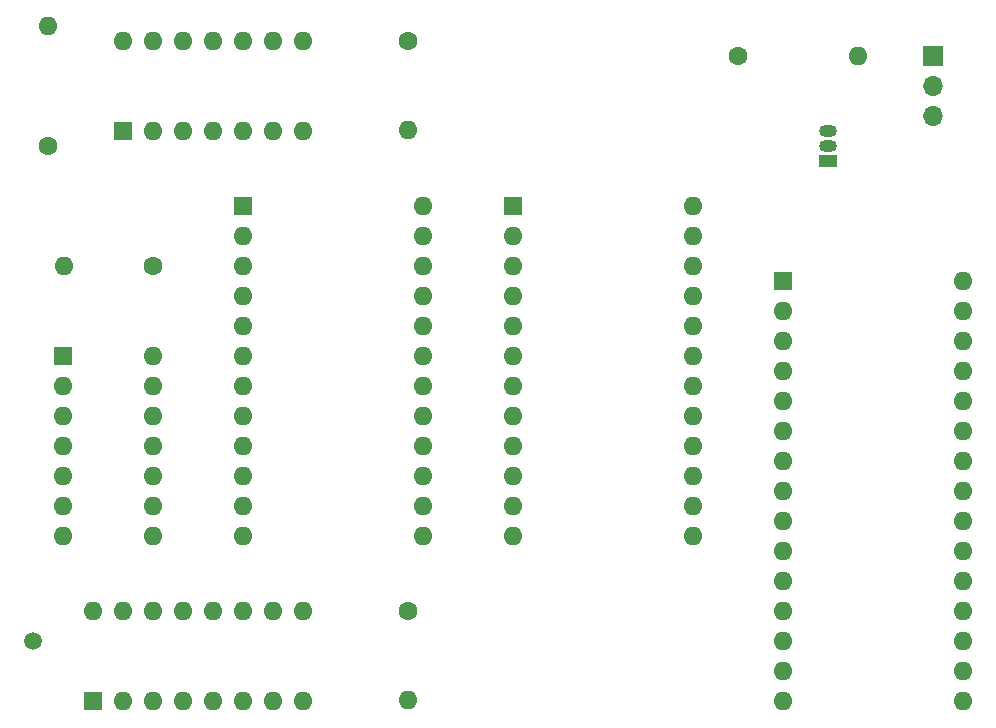
<source format=gbr>
%TF.GenerationSoftware,KiCad,Pcbnew,(5.1.9)-1*%
%TF.CreationDate,2021-04-24T11:27:16-04:00*%
%TF.ProjectId,io_i2c,696f5f69-3263-42e6-9b69-6361645f7063,rev?*%
%TF.SameCoordinates,Original*%
%TF.FileFunction,Soldermask,Bot*%
%TF.FilePolarity,Negative*%
%FSLAX46Y46*%
G04 Gerber Fmt 4.6, Leading zero omitted, Abs format (unit mm)*
G04 Created by KiCad (PCBNEW (5.1.9)-1) date 2021-04-24 11:27:16*
%MOMM*%
%LPD*%
G01*
G04 APERTURE LIST*
%ADD10O,1.600000X1.600000*%
%ADD11R,1.600000X1.600000*%
%ADD12C,1.500000*%
%ADD13C,1.600000*%
%ADD14O,1.700000X1.700000*%
%ADD15R,1.700000X1.700000*%
%ADD16R,1.500000X1.050000*%
%ADD17O,1.500000X1.050000*%
G04 APERTURE END LIST*
D10*
%TO.C,U4*%
X46990000Y-90170000D03*
X64770000Y-97790000D03*
X49530000Y-90170000D03*
X62230000Y-97790000D03*
X52070000Y-90170000D03*
X59690000Y-97790000D03*
X54610000Y-90170000D03*
X57150000Y-97790000D03*
X57150000Y-90170000D03*
X54610000Y-97790000D03*
X59690000Y-90170000D03*
X52070000Y-97790000D03*
X62230000Y-90170000D03*
X49530000Y-97790000D03*
X64770000Y-90170000D03*
D11*
X46990000Y-97790000D03*
%TD*%
D12*
%TO.C,TP1*%
X41910000Y-92710000D03*
%TD*%
D10*
%TO.C,U1*%
X97790000Y-55880000D03*
X82550000Y-83820000D03*
X97790000Y-58420000D03*
X82550000Y-81280000D03*
X97790000Y-60960000D03*
X82550000Y-78740000D03*
X97790000Y-63500000D03*
X82550000Y-76200000D03*
X97790000Y-66040000D03*
X82550000Y-73660000D03*
X97790000Y-68580000D03*
X82550000Y-71120000D03*
X97790000Y-71120000D03*
X82550000Y-68580000D03*
X97790000Y-73660000D03*
X82550000Y-66040000D03*
X97790000Y-76200000D03*
X82550000Y-63500000D03*
X97790000Y-78740000D03*
X82550000Y-60960000D03*
X97790000Y-81280000D03*
X82550000Y-58420000D03*
X97790000Y-83820000D03*
D11*
X82550000Y-55880000D03*
%TD*%
D10*
%TO.C,C3*%
X44570000Y-60960000D03*
D13*
X52070000Y-60960000D03*
%TD*%
D10*
%TO.C,C2*%
X73660000Y-97670000D03*
D13*
X73660000Y-90170000D03*
%TD*%
D10*
%TO.C,C1*%
X73660000Y-49410000D03*
D13*
X73660000Y-41910000D03*
%TD*%
D10*
%TO.C,R1*%
X111760000Y-43180000D03*
D13*
X101600000Y-43180000D03*
%TD*%
D10*
%TO.C,R2*%
X43180000Y-40640000D03*
D13*
X43180000Y-50800000D03*
%TD*%
D14*
%TO.C,J2*%
X118110000Y-48260000D03*
X118110000Y-45720000D03*
D15*
X118110000Y-43180000D03*
%TD*%
D16*
%TO.C,Q1*%
X109220000Y-52070000D03*
D17*
X109220000Y-49530000D03*
X109220000Y-50800000D03*
%TD*%
D10*
%TO.C,U3*%
X52070000Y-68580000D03*
X44450000Y-83820000D03*
X52070000Y-71120000D03*
X44450000Y-81280000D03*
X52070000Y-73660000D03*
X44450000Y-78740000D03*
X52070000Y-76200000D03*
X44450000Y-76200000D03*
X52070000Y-78740000D03*
X44450000Y-73660000D03*
X52070000Y-81280000D03*
X44450000Y-71120000D03*
X52070000Y-83820000D03*
D11*
X44450000Y-68580000D03*
%TD*%
D10*
%TO.C,U2*%
X49530000Y-41910000D03*
X64770000Y-49530000D03*
X52070000Y-41910000D03*
X62230000Y-49530000D03*
X54610000Y-41910000D03*
X59690000Y-49530000D03*
X57150000Y-41910000D03*
X57150000Y-49530000D03*
X59690000Y-41910000D03*
X54610000Y-49530000D03*
X62230000Y-41910000D03*
X52070000Y-49530000D03*
X64770000Y-41910000D03*
D11*
X49530000Y-49530000D03*
%TD*%
D10*
%TO.C,J1*%
X74930000Y-55880000D03*
X59690000Y-83820000D03*
X74930000Y-58420000D03*
X59690000Y-81280000D03*
X74930000Y-60960000D03*
X59690000Y-78740000D03*
X74930000Y-63500000D03*
X59690000Y-76200000D03*
X74930000Y-66040000D03*
X59690000Y-73660000D03*
X74930000Y-68580000D03*
X59690000Y-71120000D03*
X74930000Y-71120000D03*
X59690000Y-68580000D03*
X74930000Y-73660000D03*
X59690000Y-66040000D03*
X74930000Y-76200000D03*
X59690000Y-63500000D03*
X74930000Y-78740000D03*
X59690000Y-60960000D03*
X74930000Y-81280000D03*
X59690000Y-58420000D03*
X74930000Y-83820000D03*
D11*
X59690000Y-55880000D03*
%TD*%
D10*
%TO.C,A1*%
X120650000Y-97790000D03*
X105410000Y-97790000D03*
X120650000Y-62230000D03*
X105410000Y-95250000D03*
X120650000Y-64770000D03*
X105410000Y-92710000D03*
X120650000Y-67310000D03*
X105410000Y-90170000D03*
X120650000Y-69850000D03*
X105410000Y-87630000D03*
X120650000Y-72390000D03*
X105410000Y-85090000D03*
X120650000Y-74930000D03*
X105410000Y-82550000D03*
X120650000Y-77470000D03*
X105410000Y-80010000D03*
X120650000Y-80010000D03*
X105410000Y-77470000D03*
X120650000Y-82550000D03*
X105410000Y-74930000D03*
X120650000Y-85090000D03*
X105410000Y-72390000D03*
X120650000Y-87630000D03*
X105410000Y-69850000D03*
X120650000Y-90170000D03*
X105410000Y-67310000D03*
X120650000Y-92710000D03*
X105410000Y-64770000D03*
X120650000Y-95250000D03*
D11*
X105410000Y-62230000D03*
%TD*%
M02*

</source>
